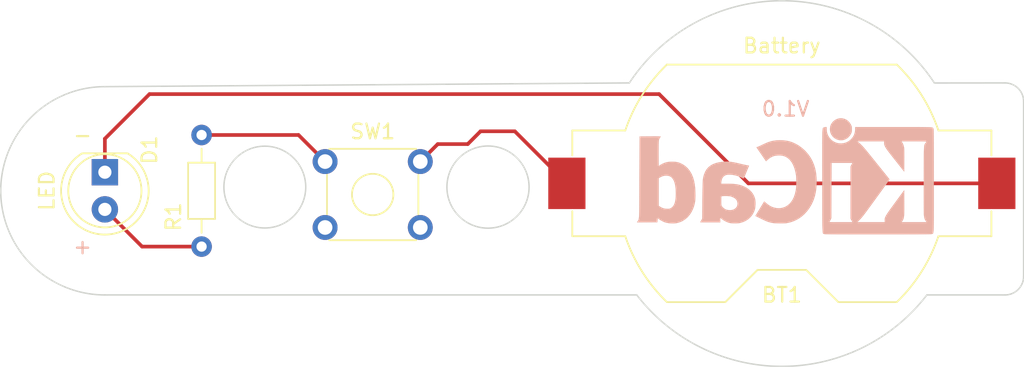
<source format=kicad_pcb>
(kicad_pcb (version 20211014) (generator pcbnew)
  (title_block (title "LED Torch") (date "2022-03-01") (comment 1 "Andrew Jiang"))
  (layers (0 "F.Cu" signal) (31 "B.Cu" signal) (34 "B.Paste" user) (35 "F.Paste" user) (36 "B.SilkS" user "B.Silkscreen") (37 "F.SilkS" user "F.Silkscreen") (38 "B.Mask" user) (39 "F.Mask" user) (44 "Edge.Cuts" user))
  (net 0 "")
  (net 1 "/bat_pos")
  (net 2 "/LED Cathode")
  (net 3 "/Anode")
  (net 4 "Net-(R1-Pad2)")
  (footprint "Button_Switch_THT:SW_TH_Tactile_Omron_B3F-10xx" (layer "F.Cu") (at 130.608 103.922)
    (fp_text reference "SW1" (at 3.25 -2.05) (layer "F.SilkS"))
    (fp_text value "SW_DPST_x2")
    (fp_line (start 0.13 3.59) (end 0.13 0.91) (layer "F.SilkS") (width 0.12))
    (fp_line (start 0.28 -0.87) (end 6.22 -0.87) (layer "F.SilkS") (width 0.12))
    (fp_line (start 0.28 5.37) (end 6.22 5.37) (layer "F.SilkS") (width 0.12))
    (fp_line (start 6.37 0.91) (end 6.37 3.59) (layer "F.SilkS") (width 0.12))
    (fp_circle (center 3.25 2.25) (end 4.25 3.25) (layer "F.SilkS") (width 0.12) (fill none))
    (pad "1" thru_hole circle locked (at 0 0) (size 1.7 1.7) (drill 1) (layers *.Cu *.Mask) (net 4 "Net-(R1-Pad2)"))
    (pad "2" thru_hole circle locked (at 6.5 0) (size 1.7 1.7) (drill 1) (layers *.Cu *.Mask) (net 1 "/bat_pos"))
    (pad "3" thru_hole circle locked (at 0 4.5) (size 1.7 1.7) (drill 1) (layers *.Cu *.Mask))
    (pad "4" thru_hole circle locked (at 6.5 4.5) (size 1.7 1.7) (drill 1) (layers *.Cu *.Mask))
  )
  (footprint "Battery:BatteryHolder_Keystone_1058_1x2032" (layer "F.Cu") (at 161.798 105.41)
    (fp_text reference "BT1" (at 0 7.62) (layer "F.SilkS"))
    (fp_text value "Battery" (at 0 -9.398) (layer "F.SilkS"))
    (fp_line (start -14.31 1.9) (end -14.31 3.61) (layer "F.SilkS") (width 0.12))
    (fp_line (start 14.31 1.9) (end 14.31 3.61) (layer "F.SilkS") (width 0.12))
    (fp_line (start -1.66 5.91) (end -3.86 8.11) (layer "F.SilkS") (width 0.12))
    (fp_line (start 14.31 -1.9) (end 14.31 -3.61) (layer "F.SilkS") (width 0.12))
    (fp_line (start 1.66 5.91) (end 3.86 8.11) (layer "F.SilkS") (width 0.12))
    (fp_line (start 1.66 5.91) (end -1.66 5.91) (layer "F.SilkS") (width 0.12))
    (fp_line (start 14.31 3.61) (end 10.692 3.61) (layer "F.SilkS") (width 0.12))
    (fp_line (start -7.8473 -8.11) (end 7.8473 -8.11) (layer "F.SilkS") (width 0.12))
    (fp_line (start -14.31 -3.61) (end -10.692 -3.61) (layer "F.SilkS") (width 0.12))
    (fp_line (start -10.692 3.61) (end -14.31 3.61) (layer "F.SilkS") (width 0.12))
    (fp_line (start -14.31 -1.9) (end -14.31 -3.61) (layer "F.SilkS") (width 0.12))
    (fp_line (start -3.86 8.11) (end -7.8473 8.11) (layer "F.SilkS") (width 0.12))
    (fp_line (start 10.692 -3.61) (end 14.31 -3.61) (layer "F.SilkS") (width 0.12))
    (fp_line (start 7.8473 8.11) (end 3.86 8.11) (layer "F.SilkS") (width 0.12))
    (fp_arc (start 7.845371 -8.111789) (mid 9.538085 -6.031244) (end 10.692 -3.61) (layer "F.SilkS") (width 0.12))
    (fp_arc (start -10.692 -3.61) (mid -9.538084 -6.031244) (end -7.845371 -8.111789) (layer "F.SilkS") (width 0.12))
    (fp_arc (start -7.845371 8.111789) (mid -9.538085 6.031244) (end -10.692 3.61) (layer "F.SilkS") (width 0.12))
    (fp_arc (start 10.692 3.61) (mid 9.538084 6.031244) (end 7.845371 8.111789) (layer "F.SilkS") (width 0.12))
    (pad "1" smd rect locked (at -14.68 0) (size 2.54 3.51) (layers "F.Cu" "F.Paste" "F.Mask") (net 1 "/bat_pos"))
    (pad "2" smd rect locked (at 14.68 0) (size 2.54 3.51) (layers "F.Cu" "F.Paste" "F.Mask") (net 2 "/LED Cathode"))
  )
  (footprint "Resistor_THT:R_Axial_DIN0204_L3.6mm_D1.6mm_P7.62mm_Horizontal" (layer "F.Cu") (at 122.174 109.728 90)
    (fp_text reference "R1" (at 2.032 -1.92 90) (layer "F.SilkS"))
    (fp_text value "R")
    (fp_line (start 1.89 -0.92) (end 1.89 0.92) (layer "F.SilkS") (width 0.12))
    (fp_line (start 1.89 0.92) (end 5.73 0.92) (layer "F.SilkS") (width 0.12))
    (fp_line (start 5.73 0.92) (end 5.73 -0.92) (layer "F.SilkS") (width 0.12))
    (fp_line (start 5.73 -0.92) (end 1.89 -0.92) (layer "F.SilkS") (width 0.12))
    (fp_line (start 0.94 0) (end 1.89 0) (layer "F.SilkS") (width 0.12))
    (fp_line (start 6.68 0) (end 5.73 0) (layer "F.SilkS") (width 0.12))
    (pad "1" thru_hole circle locked (at 0 0 90) (size 1.4 1.4) (drill 0.7) (layers *.Cu *.Mask) (net 3 "/Anode"))
    (pad "2" thru_hole oval locked (at 7.62 0 90) (size 1.4 1.4) (drill 0.7) (layers *.Cu *.Mask) (net 4 "Net-(R1-Pad2)"))
  )
  (footprint "LED_THT:LED_D5.0mm" (layer "F.Cu") (at 115.57 104.648 -90)
    (fp_text reference "D1" (at -1.524 -3.048 90) (layer "F.SilkS"))
    (fp_text value "LED" (at 1.27 3.96 90) (layer "F.SilkS"))
    (fp_line (start -1.29 -1.545) (end -1.29 1.545) (layer "F.SilkS") (width 0.12))
    (fp_arc (start 4.26 -0.000462) (mid 2.072002 2.880433) (end -1.29 1.54483) (layer "F.SilkS") (width 0.12))
    (fp_arc (start -1.29 -1.54483) (mid 2.072002 -2.880433) (end 4.26 0.000462) (layer "F.SilkS") (width 0.12))
    (fp_circle (center 1.27 0) (end 3.77 0) (layer "F.SilkS") (width 0.12) (fill none))
    (pad "1" thru_hole rect locked (at 0 0 270) (size 1.8 1.8) (drill 0.9) (layers *.Cu *.Mask) (net 2 "/LED Cathode"))
    (pad "2" thru_hole circle locked (at 2.54 0 270) (size 1.8 1.8) (drill 0.9) (layers *.Cu *.Mask) (net 3 "/Anode"))
  )
  (footprint "Symbol:KiCad-Logo_8mm_SilkScreen" (layer "B.Cu") (at 162.052 104.902 180)
    (fp_text reference "REF**" hide)
    (fp_text value "KiCad-Logo_8mm_SilkScreen" hide)
    (fp_poly (pts (xy -7.870089 3.33834) (xy -7.52054 3.338293) (xy -7.35783 3.338286) (xy -4.753429 3.338285) (xy -4.753429 3.184762) (xy -4.737043 2.997937) (xy -4.687588 2.825633) (xy -4.60462 2.666825) (xy -4.487695 2.52049) (xy -4.448136 2.480968) (xy -4.30583 2.368862) (xy -4.148922 2.287101) (xy -3.982072 2.235647) (xy -3.809939 2.214463) (xy -3.637185 2.223513) (xy -3.46847 2.262758) (xy -3.308454 2.332162) (xy -3.161798 2.431689) (xy -3.095932 2.491735) (xy -2.973192 2.638957) (xy -2.883188 2.800853) (xy -2.826706 2.975573) (xy -2.804529 3.161265) (xy -2.804234 3.179533) (xy -2.803072 3.33828) (xy -2.7333 3.338283) (xy -2.671405 3.329882) (xy -2.614865 3.309444) (xy -2.611128 3.307333) (xy -2.598358 3.300707) (xy -2.586632 3.295546) (xy -2.575906 3.290349) (xy -2.566139 3.28361) (xy -2.557288 3.273829) (xy -2.549311 3.2595) (xy -2.542165 3.239122) (xy -2.535808 3.211192) (xy -2.530198 3.174205) (xy -2.525293 3.12666) (xy -2.521049 3.067053) (xy -2.517424 2.993881) (xy -2.514377 2.905641) (xy -2.511864 2.80083) (xy -2.509844 2.677945) (xy -2.508274 2.535483) (xy -2.507112 2.37194) (xy -2.506314 2.185814) (xy -2.50584 1.975602) (xy -2.505646 1.7398) (xy -2.50569 1.476906) (xy -2.50593 1.185416) (xy -2.506323 0.863828) (xy -2.506827 0.510638) (xy -2.5074 0.124343) (xy -2.507999 -0.29656) (xy -2.508068 -0.34784) (xy -2.508605 -0.771426) (xy -2.509061 -1.16023) (xy -2.509484 -1.515753) (xy -2.509921 -1.839498) (xy -2.510422 -2.132966) (xy -2.511035 -2.397661) (xy -2.511808 -2.635085) (xy -2.512789 -2.84674) (xy -2.514026 -3.034129) (xy -2.515568 -3.198754) (xy -2.517463 -3.342117) (xy -2.519759 -3.46572) (xy -2.522504 -3.571067) (xy -2.525747 -3.659659) (xy -2.529536 -3.733) (xy -2.533919 -3.79259) (xy -2.538945 -3.839933) (xy -2.544661 -3.876531) (xy -2.551116 -3.903886) (xy -2.558359 -3.923502) (xy -2.566437 -3.936879) (xy -2.575398 -3.945521) (xy -2.585292 -3.95093) (xy -2.596165 -3.954608) (xy -2.608067 -3.958058) (xy -2.621046 -3.962782) (xy -2.624217 -3.96422) (xy -2.634181 -3.967451) (xy -2.650859 -3.97042) (xy -2.675707 -3.973137) (xy -2.71018 -3.975613) (xy -2.755736 -3.977858) (xy -2.81383 -3.979883) (xy -2.885919 -3.981698) (xy -2.973458 -3.983315) (xy -3.077905 -3.984743) (xy -3.200715 -3.985993) (xy -3.343345 -3.987076) (xy -3.507251 -3.988002) (xy -3.69389 -3.988782) (xy -3.904716 -3.989426) (xy -4.141188 -3.989946) (xy -4.404761 -3.990351) (xy -4.69689 -3.990652) (xy -5.019034 -3.99086) (xy -5.372647 -3.990985) (xy -5.759186 -3.991038) (xy -6.180108 -3.991029) (xy -6.316456 -3.991016) (xy -6.746716 -3.990947) (xy -7.142164 -3.990834) (xy -7.504273 -3.990665) (xy -7.834517 -3.99043) (xy -8.134371 -3.990116) (xy -8.405308 -3.989713) (xy -8.6488 -3.989207) (xy -8.866323 -3.988589) (xy -9.05935 -3.987846) (xy -9.229354 -3.986968) (xy -9.37781 -3.985941) (xy -9.50619 -3.984756) (xy -9.615969 -3.9834) (xy -9.70862 -3.981862) (xy -9.785617 -3.98013) (xy -9.848434 -3.978194) (xy -9.898544 -3.97604) (xy -9.937421 -3.973659) (xy -9.966538 -3.971037) (xy -9.987371 -3.968165) (xy -10.001391 -3.96503) (xy -10.009034 -3.962159) (xy -10.022618 -3.95643) (xy -10.03509 -3.952206) (xy -10.046498 -3.947985) (xy -10.056889 -3.942268) (xy -10.066309 -3.933555) (xy -10.074808 -3.920345) (xy -10.08243 -3.901137) (xy -10.089225 -3.874433) (xy -10.095238 -3.83873) (xy -10.100517 -3.79253) (xy -10.10511 -3.734332) (xy -10.109064 -3.662635) (xy -10.112425 -3.57594) (xy -10.115241 -3.472746) (xy -10.11756 -3.351553) (xy -10.119428 -3.21086) (xy -10.119916 -3.156857) (xy -9.635704 -3.156857) (xy -7.924256 -3.156857) (xy -7.957187 -3.106964) (xy -7.989947 -3.055693) (xy -8.017689 -3.006869) (xy -8.040807 -2.957076) (xy -8.059697 -2.902898) (xy -8.074751 -2.840916) (xy -8.086367 -2.767715) (xy -8.094936 -2.679878) (xy -8.100856 -2.573988) (xy -8.104519 -2.446628) (xy -8.106321 -2.294381) (xy -8.106656 -2.113832) (xy -8.105919 -1.901562) (xy -8.105501 -1.822755) (xy -8.100786 -0.977911) (xy -7.565572 -1.706557) (xy -7.413946 -1.913265) (xy -7.282581 -2.09326) (xy -7.170057 -2.248925) (xy -7.074957 -2.382647) (xy -6.995862 -2.496809) (xy -6.931353 -2.593797) (xy -6.880012 -2.675994) (xy -6.84042 -2.745786) (xy -6.81116 -2.805558) (xy -6.790812 -2.857693) (xy -6.777958 -2.904576) (xy -6.771181 -2.948593) (xy -6.76906 -2.992127) (xy -6.770179 -3.037564) (xy -6.770464 -3.043275) (xy -6.776357 -3.156933) (xy -4.900771 -3.156857) (xy -5.040278 -3.016189) (xy -5.078135 -2.977715) (xy -5.114047 -2.940279) (xy -5.149593 -2.901814) (xy -5.186347 -2.860258) (xy -5.225886 -2.813545) (xy -5.269786 -2.75961) (xy -5.319623 -2.69639) (xy -5.376972 -2.621818) (xy -5.443411 -2.533832) (xy -5.520515 -2.430365) (xy -5.609861 -2.309354) (xy -5.713024 -2.168734) (xy -5.83158 -2.00644) (xy -5.967105 -1.820407) (xy -6.121177 -1.608571) (xy -6.247462 -1.434804) (xy -6.405954 -1.216501) (xy -6.544216 -1.025629) (xy -6.663499 -0.860374) (xy -6.765057 -0.718926) (xy -6.850141 -0.599471) (xy -6.920005 -0.500198) (xy -6.9759 -0.419295) (xy -7.01908 -0.354949) (xy -7.050797 -0.305347) (xy -7.072302 -0.268679) (xy -7.08485 -0.243132) (xy -7.089692 -0.226893) (xy -7.088237 -0.218355) (xy -7.070599 -0.195635) (xy -7.032466 -0.147543) (xy -6.976138 -0.076938) (xy -6.903916 0.013322) (xy -6.818101 0.120379) (xy -6.720994 0.241373) (xy -6.614896 0.373446) (xy -6.502109 0.51374) (xy -6.384932 0.659397) (xy -6.265667 0.807556) (xy -6.200067 0.889) (xy -4.571314 0.889) (xy -4.503621 0.766535) (xy -4.435929 0.644071) (xy -4.435929 -2.911929) (xy -4.503621 -3.034393) (xy -4.571314 -3.156857) (xy -3.770559 -3.156857) (xy -3.579398 -3.156802) (xy -3.421501 -3.156551) (xy -3.293848 -3.155979) (xy -3.193419 -3.154959) (xy -3.117193 -3.153365) (xy -3.062148 -3.15107) (xy -3.025264 -3.14795) (xy -3.003521 -3.143877) (xy -2.993898 -3.138725) (xy -2.993373 -3.132367) (xy -2.998926 -3.124679) (xy -2.998984 -3.124615) (xy -3.02186 -3.091524) (xy -3.052151 -3.037719) (xy -3.078903 -2.984008) (xy -3.129643 -2.875643) (xy -3.134818 -0.993322) (xy -3.139993 0.889) (xy -4.571314 0.889) (xy -6.200067 0.889) (xy -6.146615 0.955361) (xy -6.030077 1.099953) (xy -5.918354 1.238472) (xy -5.813746 1.368061) (xy -5.718556 1.48586) (xy -5.635083 1.589012) (xy -5.565629 1.674657) (xy -5.512494 1.739938) (xy -5.481285 1.778) (xy -5.360097 1.92033) (xy -5.243507 2.04877) (xy -5.135603 2.159114) (xy -5.04047 2.247159) (xy -4.972957 2.301138) (xy -4.893127 2.358571) (xy -6.729108 2.358571) (xy -6.728592 2.250835) (xy -6.733724 2.171628) (xy -6.753015 2.098195) (xy -6.782877 2.028585) (xy -6.802288 1.989259) (xy -6.823159 1.950293) (xy -6.847396 1.909099) (xy -6.876906 1.863092) (xy -6.913594 1.809683) (xy -6.959368 1.746286) (xy -7.016135 1.670315) (xy -7.0858 1.579183) (xy -7.17027 1.470302) (xy -7.271453 1.341086) (xy -7.391253 1.188948) (xy -7.531579 1.011302) (xy -7.547429 0.991258) (xy -8.100786 0.291492) (xy -8.106143 1.066496) (xy -8.107221 1.298632) (xy -8.106992 1.495154) (xy -8.105443 1.656708) (xy -8.102563 1.783944) (xy -8.098341 1.877508) (xy -8.092766 1.938048) (xy -8.090893 1.949532) (xy -8.061495 2.070501) (xy -8.022978 2.179554) (xy -7.979026 2.267237) (xy -7.952621 2.304426) (xy -7.90706 2.358571) (xy -8.77153 2.358571) (xy -8.977745 2.358395) (xy -9.150188 2.357821) (xy -9.291373 2.356783) (xy -9.403812 2.355213) (xy -9.490017 2.353046) (xy -9.552502 2.350212) (xy -9.593779 2.346647) (xy -9.61636 2.342282) (xy -9.622759 2.337051) (xy -9.622317 2.335893) (xy -9.603991 2.308231) (xy -9.573396 2.264385) (xy -9.557567 2.242209) (xy -9.541202 2.22008) (xy -9.526492 2.200291) (xy -9.513344 2.180894) (xy -9.501667 2.159942) (xy -9.491368 2.135488) (xy -9.482354 2.105584) (xy -9.474532 2.068283) (xy -9.467809 2.021637) (xy -9.462094 1.963699) (xy -9.457293 1.892521) (xy -9.453315 1.806156) (xy -9.450065 1.702656) (xy -9.447452 1.580075) (xy -9.445383 1.436463) (xy -9.443766 1.269875) (xy -9.442507 1.078363) (xy -9.441515 0.859978) (xy -9.440696 0.612774) (xy -9.439958 0.334804) (xy -9.439209 0.024119) (xy -9.438508 -0.2613) (xy -9.437847 -0.579492) (xy -9.437503 -0.883077) (xy -9.437468 -1.170115) (xy -9.437732 -1.438669) (xy -9.438285 -1.686798) (xy -9.43912 -1.912563) (xy -9.440227 -2.114026) (xy -9.441596 -2.289246) (xy -9.443219 -2.436286) (xy -9.445087 -2.553206) (xy -9.447189 -2.638067) (xy -9.449518 -2.688929) (xy -9.449959 -2.694304) (xy -9.466008 -2.817613) (xy -9.491064 -2.916644) (xy -9.529221 -3.00307) (xy -9.584572 -3.088565) (xy -9.591496 -3.097893) (xy -9.635704 -3.156857) (xy -10.119916 -3.156857) (xy -10.120892 -3.049168) (xy -10.122001 -2.864976) (xy -10.122801 -2.656784) (xy -10.123339 -2.423091) (xy -10.123662 -2.162398) (xy -10.123817 -1.873204) (xy -10.123854 -1.554009) (xy -10.123817 -1.203313) (xy -10.123755 -0.819614) (xy -10.123715 -0.401414) (xy -10.123714 -0.318393) (xy -10.123691 0.104211) (xy -10.123612 0.492019) (xy -10.123467 0.84652) (xy -10.123244 1.169203) (xy -10.122931 1.461558) (xy -10.122517 1.725073) (xy -10.121991 1.961238) (xy -10.12134 2.171542) (xy -10.120553 2.357474) (xy -10.119619 2.520525) (xy -10.118526 2.662182) (xy -10.117263 2.783936) (xy -10.115817 2.887275) (xy -10.114179 2.973689) (xy -10.112334 3.044667) (xy -10.110274 3.101699) (xy -10.107985 3.146273) (xy -10.105456 3.179879) (xy -10.102676 3.204007) (xy -10.099633 3.220144) (xy -10.096316 3.229782) (xy -10.096193 3.230022) (xy -10.08936 3.244745) (xy -10.08367 3.258074) (xy -10.077374 3.270078) (xy -10.068728 3.280827) (xy -10.055986 3.290389) (xy -10.0374 3.298833) (xy -10.011226 3.306229) (xy -9.975716 3.312646) (xy -9.929125 3.318152) (xy -9.869707 3.322817) (xy -9.795715 3.326709) (xy -9.705403 3.329898) (xy -9.597025 3.332453) (xy -9.468835 3.334442) (xy -9.319087 3.335935) (xy -9.146034 3.337002) (xy -8.947931 3.337709) (xy -8.723031 3.338128) (xy -8.469588 3.338327) (xy -8.185856 3.338374) (xy -7.870089 3.33834)) (layer "B.SilkS") (width 0.01) (fill solid))
    (fp_poly (pts (xy 9.041571 2.699911) (xy 9.195876 2.699277) (xy 9.248321 2.698958) (xy 9.9695 2.694214) (xy 9.978571 -0.072572) (xy 9.979769 -0.447756) (xy 9.980832 -0.788417) (xy 9.981827 -1.096318) (xy 9.982823 -1.373221) (xy 9.983888 -1.620888) (xy 9.985091 -1.841081) (xy 9.986499 -2.035562) (xy 9.988182 -2.206094) (xy 9.990206 -2.35444) (xy 9.992641 -2.482361) (xy 9.995554 -2.59162) (xy 9.999015 -2.683979) (xy 10.00309 -2.7612) (xy 10.007849 -2.825046) (xy 10.01336 -2.877278) (xy 10.019691 -2.91966) (xy 10.02691 -2.953953) (xy 10.035085 -2.98192) (xy 10.044285 -3.005324) (xy 10.054577 -3.025925) (xy 10.066031 -3.045487) (xy 10.078715 -3.065772) (xy 10.092695 -3.088543) (xy 10.095561 -3.093393) (xy 10.14364 -3.175433) (xy 8.753928 -3.165929) (xy 8.744857 -3.013295) (xy 8.739918 -2.940045) (xy 8.734771 -2.897696) (xy 8.727786 -2.880892) (xy 8.717337 -2.884277) (xy 8.708571 -2.89396) (xy 8.670388 -2.929229) (xy 8.608155 -2.974563) (xy 8.530641 -3.024546) (xy 8.446613 -3.073761) (xy 8.364839 -3.116791) (xy 8.302052 -3.145101) (xy 8.154954 -3.191624) (xy 7.98618 -3.224579) (xy 7.808191 -3.242707) (xy 7.633447 -3.24475) (xy 7.474407 -3.229447) (xy 7.471788 -3.229009) (xy 7.254168 -3.174402) (xy 7.050455 -3.087401) (xy 6.862613 -2.969876) (xy 6.692607 -2.823697) (xy 6.542402 -2.650734) (xy 6.413964 -2.452857) (xy 6.309257 -2.231936) (xy 6.252246 -2.068286) (xy 6.214651 -1.931375) (xy 6.186771 -1.798798) (xy 6.167753 -1.662502) (xy 6.156745 -1.514433) (xy 6.152895 -1.346537) (xy 6.1546 -1.20944) (xy 7.493359 -1.20944) (xy 7.499694 -1.439329) (xy 7.519679 -1.637111) (xy 7.553927 -1.804539) (xy 7.603055 -1.943369) (xy 7.667676 -2.055358) (xy 7.748405 -2.142259) (xy 7.841591 -2.203692) (xy 7.89008 -2.226626) (xy 7.932134 -2.240375) (xy 7.97902 -2.246666) (xy 8.042004 -2.247222) (xy 8.109857 -2.244773) (xy 8.243295 -2.233004) (xy 8.348832 -2.209955) (xy 8.382 -2.19841) (xy 8.457735 -2.164311) (xy 8.537614 -2.121491) (xy 8.5725 -2.100057) (xy 8.663214 -2.040556) (xy 8.663214 -0.154584) (xy 8.563428 -0.094771) (xy 8.424267 -0.027185) (xy 8.282087 0.012786) (xy 8.14209 0.025378) (xy 8.009474 0.010827) (xy 7.88944 -0.030632) (xy 7.787188 -0.098763) (xy 7.754195 -0.131466) (xy 7.674667 -0.238619) (xy 7.610299 -0.368327) (xy 7.560553 -0.522814) (xy 7.524891 -0.704302) (xy 7.502775 -0.915015) (xy 7.493667 -1.157175) (xy 7.493359 -1.20944) (xy 6.1546 -1.20944) (xy 6.15531 -1.152374) (xy 6.170605 -0.853713) (xy 6.201358 -0.584325) (xy 6.248381 -0.340285) (xy 6.312482 -0.11767) (xy 6.394472 0.087444) (xy 6.42373 0.148254) (xy 6.541581 0.34656) (xy 6.683996 0.522788) (xy 6.847629 0.674092) (xy 7.029131 0.797629) (xy 7.225153 0.890553) (xy 7.342655 0.928885) (xy 7.458054 0.951641) (xy 7.596907 0.96518) (xy 7.747574 0.969508) (xy 7.898413 0.964632) (xy 8.037785 0.950556) (xy 8.149691 0.928475) (xy 8.282884 0.885172) (xy 8.411979 0.829489) (xy 8.524928 0.767064) (xy 8.585043 0.724697) (xy 8.62651 0.693193) (xy 8.655545 0.67401) (xy 8.66215 0.671286) (xy 8.664198 0.688837) (xy 8.666107 0.739125) (xy 8.667836 0.8186) (xy 8.669341 0.923714) (xy 8.670581 1.050917) (xy 8.671513 1.196661) (xy 8.672095 1.357397) (xy 8.672286 1.521116) (xy 8.672179 1.730812) (xy 8.671658 1.907604) (xy 8.670416 2.054874) (xy 8.668148 2.176003) (xy 8.66455 2.274373) (xy 8.659317 2.353366) (xy 8.652144 2.416362) (xy 8.642726 2.466745) (xy 8.630758 2.507895) (xy 8.615935 2.543194) (xy 8.597952 2.576023) (xy 8.576505 2.609765) (xy 8.573745 2.613943) (xy 8.546083 2.657644) (xy 8.529382 2.687695) (xy 8.527143 2.694033) (xy 8.544643 2.696033) (xy 8.594574 2.69766) (xy 8.673085 2.698888) (xy 8.776323 2.699689) (xy 8.900436 2.700039) (xy 9.041571 2.699911)) (layer "B.SilkS") (width 0.01) (fill solid))
    (fp_poly (pts (xy -3.602318 3.916067) (xy -3.466071 3.868828) (xy -3.339221 3.794473) (xy -3.225933 3.693013) (xy -3.130372 3.564457) (xy -3.087446 3.483428) (xy -3.050295 3.370092) (xy -3.032288 3.239249) (xy -3.034283 3.104735) (xy -3.056423 2.982842) (xy -3.116936 2.833893) (xy -3.204686 2.704691) (xy -3.315212 2.597777) (xy -3.444054 2.515694) (xy -3.586753 2.460984) (xy -3.738849 2.43619) (xy -3.895881 2.443853) (xy -3.973286 2.460228) (xy -4.124141 2.518911) (xy -4.258125 2.608457) (xy -4.372006 2.726107) (xy -4.462552 2.869098) (xy -4.470212 2.884714) (xy -4.496694 2.943314) (xy -4.513322 2.992666) (xy -4.52235 3.04473) (xy -4.526032 3.111461) (xy -4.526643 3.184071) (xy -4.525633 3.271309) (xy -4.521072 3.334376) (xy -4.510666 3.385364) (xy -4.492121 3.436367) (xy -4.46923 3.486687) (xy -4.383846 3.62953) (xy -4.278699 3.74519) (xy -4.157955 3.833675) (xy -4.025779 3.894995) (xy -3.886337 3.929161) (xy -3.743795 3.936182) (xy -3.602318 3.916067)) (layer "B.SilkS") (width 0.01) (fill solid))
    (fp_poly (pts (xy 0.581378 2.430769) (xy 0.777019 2.409351) (xy 0.966562 2.371015) (xy 1.157717 2.313762) (xy 1.358196 2.235591) (xy 1.575708 2.134504) (xy 1.61488 2.114924) (xy 1.704772 2.070638) (xy 1.789553 2.030761) (xy 1.860855 1.999102) (xy 1.91031 1.979468) (xy 1.917908 1.976996) (xy 1.990714 1.955183) (xy 1.664803 1.481056) (xy 1.585123 1.365177) (xy 1.512272 1.259306) (xy 1.44873 1.167038) (xy 1.396972 1.091967) (xy 1.359477 1.037687) (xy 1.338723 1.007793) (xy 1.335351 1.003059) (xy 1.321655 1.012958) (xy 1.287943 1.042715) (xy 1.240244 1.086927) (xy 1.21392 1.111916) (xy 1.064772 1.230544) (xy 0.897268 1.320687) (xy 0.752928 1.370064) (xy 0.666283 1.385571) (xy 0.557796 1.395021) (xy 0.440227 1.398239) (xy 0.326334 1.395049) (xy 0.228879 1.385276) (xy 0.18999 1.377791) (xy 0.014712 1.317488) (xy -0.143235 1.22541) (xy -0.283732 1.101727) (xy -0.406665 0.946607) (xy -0.511915 0.760219) (xy -0.599365 0.54273) (xy -0.6689 0.294308) (xy -0.710225 0.081643) (xy -0.721006 -0.012241) (xy -0.728352 -0.133524) (xy -0.732333 -0.273493) (xy -0.733021 -0.423431) (xy -0.730486 -0.574622) (xy -0.7248 -0.718351) (xy -0.716033 -0.845903) (xy -0.704256 -0.948562) (xy -0.701707 -0.964401) (xy -0.645519 -1.219536) (xy -0.568964 -1.445342) (xy -0.471574 -1.642831) (xy -0.352886 -1.813014) (xy -0.268637 -1.905022) (xy -0.11723 -2.029943) (xy 0.048817 -2.12254) (xy 0.226701 -2.182309) (xy 0.413622 -2.208746) (xy 0.606778 -2.201348) (xy 0.803369 -2.159611) (xy 0.919597 -2.118771) (xy 1.080438 -2.03699) (xy 1.246213 -1.919678) (xy 1.339073 -1.840345) (xy 1.391214 -1.794429) (xy 1.43218 -1.760742) (xy 1.455498 -1.74451) (xy 1.458393 -1.744015) (xy 1.4688 -1.760601) (xy 1.495767 -1.804432) (xy 1.536996 -1.871748) (xy 1.590189 -1.958794) (xy 1.65305 -2.06181) (xy 1.723281 -2.177041) (xy 1.762372 -2.241231) (xy 2.060964 -2.731677) (xy 1.688161 -2.915915) (xy 1.553369 -2.982093) (xy 1.444175 -3.034278) (xy 1.353907 -3.07506) (xy 1.275888 -3.107033) (xy 1.203444 -3.132787) (xy 1.129901 -3.154914) (xy 1.048584 -3.176007) (xy 0.970643 -3.19453) (xy 0.901366 -3.208863) (xy 0.828917 -3.219694) (xy 0.746042 -3.227626) (xy 0.645488 -3.233258) (xy 0.520003 -3.237192) (xy 0.435428 -3.238891) (xy 0.314754 -3.24005) (xy 0.199042 -3.239465) (xy 0.095951 -3.237304) (xy 0.013138 -3.233732) (xy -0.04174 -3.228917) (xy -0.044992 -3.228437) (xy -0.329957 -3.166786) (xy -0.597558 -3.073285) (xy -0.847703 -2.947993) (xy -1.080296 -2.790974) (xy -1.295243 -2.602289) (xy -1.49245 -2.382) (xy -1.635273 -2.186214) (xy -1.78732 -1.929949) (xy -1.910227 -1.659317) (xy -2.00459 -1.372149) (xy -2.071001 -1.066276) (xy -2.110056 -0.739528) (xy -2.12236 -0.407739) (xy -2.112241 -0.086779) (xy -2.080439 0.209354) (xy -2.025946 0.485655) (xy -1.94775 0.747119) (xy -1.844841 0.998742) (xy -1.832553 1.02481) (xy -1.69718 1.268493) (xy -1.530911 1.500382) (xy -1.338459 1.715677) (xy -1.124534 1.909578) (xy -0.893845 2.077285) (xy -0.678891 2.200304) (xy -0.461742 2.296655) (xy -0.244132 2.366449) (xy -0.017638 2.411587) (xy 0.226166 2.433969) (xy 0.371928 2.437269) (xy 0.581378 2.430769)) (layer "B.SilkS") (width 0.01) (fill solid))
    (fp_poly (pts (xy 4.185632 0.97227) (xy 4.275523 0.965465) (xy 4.532715 0.931247) (xy 4.760485 0.876669) (xy 4.959943 0.80098) (xy 5.132197 0.70343) (xy 5.278359 0.583268) (xy 5.399536 0.439742) (xy 5.496839 0.272102) (xy 5.567891 0.090714) (xy 5.585927 0.032854) (xy 5.601632 -0.021329) (xy 5.615192 -0.074752) (xy 5.626792 -0.130333) (xy 5.636617 -0.190988) (xy 5.644853 -0.259635) (xy 5.651684 -0.33919) (xy 5.657295 -0.432572) (xy 5.661872 -0.542696) (xy 5.6656 -0.672481) (xy 5.668665 -0.824842) (xy 5.67125 -1.002698) (xy 5.673542 -1.208965) (xy 5.675725 -1.446561) (xy 5.677286 -1.632857) (xy 5.687785 -2.911929) (xy 5.755821 -3.035018) (xy 5.788038 -3.094317) (xy 5.812012 -3.140377) (xy 5.82345 -3.164893) (xy 5.823857 -3.166553) (xy 5.806375 -3.168454) (xy 5.756574 -3.170205) (xy 5.678421 -3.171758) (xy 5.575882 -3.173062) (xy 5.452922 -3.17407) (xy 5.31351 -3.174731) (xy 5.161611 -3.174997) (xy 5.1435 -3.175) (xy 4.463143 -3.175) (xy 4.463143 -3.020786) (xy 4.461982 -2.951094) (xy 4.458887 -2.897794) (xy 4.454432 -2.869217) (xy 4.452463 -2.866572) (xy 4.434455 -2.877653) (xy 4.397393 -2.906736) (xy 4.349222 -2.947579) (xy 4.348141 -2.948524) (xy 4.260235 -3.013971) (xy 4.149217 -3.079688) (xy 4.027631 -3.139219) (xy 3.908021 -3.186109) (xy 3.855357 -3.202133) (xy 3.750551 -3.222485) (xy 3.62195 -3.235472) (xy 3.481325 -3.240909) (xy 3.340448 -3.238611) (xy 3.211093 -3.228392) (xy 3.120571 -3.213689) (xy 2.89858 -3.148499) (xy 2.698729 -3.055594) (xy 2.522319 -2.936126) (xy 2.37065 -2.791247) (xy 2.245024 -2.62211) (xy 2.146741 -2.429867) (xy 2.104341 -2.313214) (xy 2.077768 -2.199833) (xy 2.060158 -2.063722) (xy 2.05201 -1.917437) (xy 2.052278 -1.896151) (xy 3.279321 -1.896151) (xy 3.289496 -2.00485) (xy 3.323378 -2.095185) (xy 3.386 -2.178995) (xy 3.410052 -2.203571) (xy 3.495551 -2.270011) (xy 3.594373 -2.312574) (xy 3.712768 -2.333177) (xy 3.837445 -2.334694) (xy 3.955698 -2.324677) (xy 4.046239 -2.305085) (xy 4.08556 -2.29037) (xy 4.156432 -2.250265) (xy 4.231525 -2.193863) (xy 4.300038 -2.130561) (xy 4.351172 -2.069755) (xy 4.36475 -2.047449) (xy 4.375305 -2.016212) (xy 4.38281 -1.966507) (xy 4.387613 -1.893587) (xy 4.390065 -1.792703) (xy 4.390571 -1.696689) (xy 4.390228 -1.58475) (xy 4.388843 -1.503809) (xy 4.385881 -1.448585) (xy 4.380808 -1.413794) (xy 4.37309 -1.394154) (xy 4.362192 -1.38438) (xy 4.358821 -1.382824) (xy 4.329529 -1.378029) (xy 4.271756 -1.374108) (xy 4.193304 -1.371414) (xy 4.101974 -1.370299) (xy 4.082143 -1.370298) (xy 3.960063 -1.372246) (xy 3.865749 -1.378041) (xy 3.790807 -1.388475) (xy 3.728903 -1.403714) (xy 3.575349 -1.461784) (xy 3.454932 -1.533179) (xy 3.36661 -1.619039) (xy 3.309339 -1.720507) (xy 3.282078 -1.838725) (xy 3.279321 -1.896151) (xy 2.052278 -1.896151) (xy 2.053823 -1.773533) (xy 2.066096 -1.644565) (xy 2.07567 -1.59246) (xy 2.136801 -1.398997) (xy 2.229757 -1.220993) (xy 2.352783 -1.060155) (xy 2.504124 -0.91819) (xy 2.682025 -0.796806) (xy 2.884732 -0.697709) (xy 3.057071 -0.637533) (xy 3.172253 -0.605919) (xy 3.282423 -0.581354) (xy 3.394719 -0.563039) (xy 3.516275 -0.550178) (xy 3.654229 -0.541972) (xy 3.815715 -0.537624) (xy 3.961715 -0.5364) (xy 4.394645 -0.535215) (xy 4.386351 -0.40508) (xy 4.362801 -0.263883) (xy 4.312703 -0.142518) (xy 4.238191 -0.044017) (xy 4.141399 0.028591) (xy 4.056171 0.064021) (xy 3.934056 0.08635) (xy 3.788683 0.089557) (xy 3.626867 0.074823) (xy 3.455422 0.04333) (xy 3.281163 -0.00374) (xy 3.110904 -0.065203) (xy 2.987176 -0.121417) (xy 2.927647 -0.150283) (xy 2.882242 -0.170443) (xy 2.85915 -0.17831) (xy 2.857897 -0.178058) (xy 2.849929 -0.160437) (xy 2.830031 -0.113733) (xy 2.800077 -0.042418) (xy 2.761939 0.049031) (xy 2.717488 0.156141) (xy 2.672305 0.265451) (xy 2.491667 0.70326) (xy 2.620155 0.724364) (xy 2.675846 0.734953) (xy 2.759564 0.752737) (xy 2.864139 0.776102) (xy 2.982399 0.803435) (xy 3.107172 0.833119) (xy 3.156857 0.845182) (xy 3.371807 0.895038) (xy 3.559995 0.932416) (xy 3.728446 0.958073) (xy 3.884186 0.972765) (xy 4.03424 0.977245) (xy 4.185632 0.97227)) (layer "B.SilkS") (width 0.01) (fill solid))
  )
  (gr_arc (start 178.308 111.76) (mid 177.936026 112.658026) (end 177.038 113.03) (layer "Edge.Cuts") (width 0.1))
  (gr_line (start 115.57 98.806) (end 151.384001 98.552) (layer "Edge.Cuts") (width 0.1))
  (gr_arc (start 115.57 113.03) (mid 108.458 105.918) (end 115.57 98.806) (layer "Edge.Cuts") (width 0.1))
  (gr_line (start 178.308 111.76) (end 178.308 99.822) (layer "Edge.Cuts") (width 0.1))
  (gr_arc (start 171.704 113.03) (mid 161.798 117.907729) (end 151.892 113.03) (layer "Edge.Cuts") (width 0.1))
  (gr_circle (center 126.492 105.664) (end 126.492 108.458) (layer "Edge.Cuts") (width 0.1) (fill none))
  (gr_circle (center 141.732 105.664) (end 141.478 108.458) (layer "Edge.Cuts") (width 0.1) (fill none))
  (gr_line (start 172.21507 98.556665) (end 177.038 98.552) (layer "Edge.Cuts") (width 0.1))
  (gr_line (start 171.704 113.03) (end 177.038 113.03) (layer "Edge.Cuts") (width 0.1))
  (gr_arc (start 151.384001 98.552) (mid 161.800793 92.940696) (end 172.21507 98.556665) (layer "Edge.Cuts") (width 0.1))
  (gr_line (start 151.892 113.03) (end 115.57 113.03) (layer "Edge.Cuts") (width 0.1))
  (gr_arc (start 177.038 98.552) (mid 177.936026 98.923974) (end 178.308 99.822) (layer "Edge.Cuts") (width 0.1))
  (gr_text "V1.0" (at 162.052 100.33) (layer "B.SilkS") (effects (font (size 1 1)) (justify mirror)))
  (gr_text "+\n" (at 114.046 109.728) (layer "B.SilkS") (effects (font (size 1 1)) (justify mirror)))
  (gr_text "-" (at 114.046 102.108) (layer "F.SilkS") (effects (font (size 1 1))))
  (segment (start 143.562 101.854) (end 147.118 105.41) (width 0.25) (layer "F.Cu") (net 1))
  (segment (start 140.34995 102.72805) (end 141.224 101.854) (width 0.25) (layer "F.Cu") (net 1))
  (segment (start 138.30195 102.72805) (end 140.34995 102.72805) (width 0.25) (layer "F.Cu") (net 1))
  (segment (start 137.108 103.922) (end 138.30195 102.72805) (width 0.25) (layer "F.Cu") (net 1))
  (segment (start 141.224 101.854) (end 143.562 101.854) (width 0.25) (layer "F.Cu") (net 1))
  (segment (start 118.618 99.314) (end 153.416 99.314) (width 0.25) (layer "F.Cu") (net 2))
  (segment (start 115.57 102.362) (end 118.618 99.314) (width 0.25) (layer "F.Cu") (net 2))
  (segment (start 159.512 105.41) (end 176.478 105.41) (width 0.25) (layer "F.Cu") (net 2))
  (segment (start 153.416 99.314) (end 159.512 105.41) (width 0.25) (layer "F.Cu") (net 2))
  (segment (start 115.57 104.648) (end 115.57 102.362) (width 0.25) (layer "F.Cu") (net 2))
  (segment (start 115.57 107.188) (end 118.11 109.728) (width 0.25) (layer "F.Cu") (net 3))
  (segment (start 118.11 109.728) (end 122.174 109.728) (width 0.25) (layer "F.Cu") (net 3))
  (segment (start 122.174 102.108) (end 128.794 102.108) (width 0.25) (layer "F.Cu") (net 4))
  (segment (start 128.794 102.108) (end 130.608 103.922) (width 0.25) (layer "F.Cu") (net 4))
)
</source>
